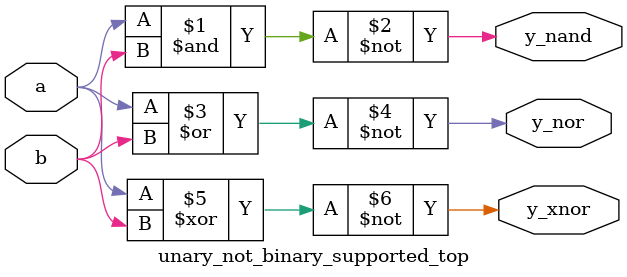
<source format=sv>

module unary_not_binary_supported_top(
  input logic a,
  input logic b,
  output logic y_nand,
  output logic y_nor,
  output logic y_xnor
);
  assign y_nand = ~(a & b);
  assign y_nor = ~(a | b);
  assign y_xnor = ~(a ^ b);
endmodule

</source>
